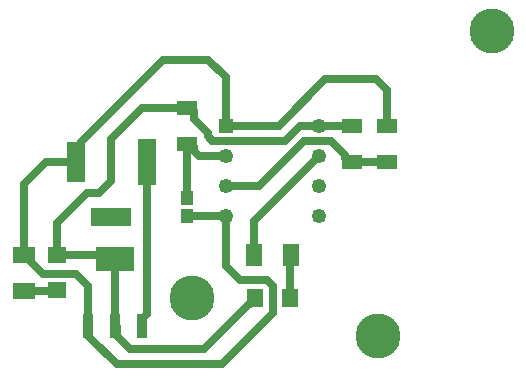
<source format=gbr>
G04*
G04 #@! TF.GenerationSoftware,Altium Limited,Altium Designer,24.8.2 (39)*
G04*
G04 Layer_Physical_Order=1*
G04 Layer_Color=255*
%FSLAX25Y25*%
%MOIN*%
G70*
G04*
G04 #@! TF.SameCoordinates,7DA90572-2472-42F9-BF80-4CDDFEAFDCCF*
G04*
G04*
G04 #@! TF.FilePolarity,Positive*
G04*
G01*
G75*
%ADD18R,0.05339X0.07316*%
%ADD19R,0.05512X0.06299*%
%ADD20R,0.07087X0.04921*%
%ADD21R,0.04166X0.05142*%
%ADD22R,0.07316X0.05339*%
%ADD23R,0.06299X0.05512*%
%ADD24R,0.03543X0.08268*%
%ADD25R,0.12598X0.08268*%
%ADD31C,0.04921*%
%ADD32R,0.04921X0.04921*%
%ADD37C,0.02500*%
%ADD38R,0.13780X0.05906*%
%ADD39R,0.05906X0.13780*%
%ADD40R,0.05906X0.15748*%
%ADD41C,0.15000*%
D18*
X390008Y358500D02*
D03*
X377992D02*
D03*
D19*
X389906Y344000D02*
D03*
X378095D02*
D03*
D20*
X410500Y401504D02*
D03*
Y389496D02*
D03*
X422000Y389496D02*
D03*
Y401504D02*
D03*
X355500Y407504D02*
D03*
Y395496D02*
D03*
D21*
Y371445D02*
D03*
Y377555D02*
D03*
D22*
X301000Y346492D02*
D03*
Y358508D02*
D03*
D23*
X312000Y346595D02*
D03*
Y358405D02*
D03*
D24*
X322445Y334780D02*
D03*
X331500D02*
D03*
X340555D02*
D03*
D25*
X331500Y357221D02*
D03*
D31*
X399630Y401500D02*
D03*
Y391500D02*
D03*
Y381500D02*
D03*
Y371500D02*
D03*
X368370D02*
D03*
Y381500D02*
D03*
Y391500D02*
D03*
D32*
Y401500D02*
D03*
D37*
Y354630D02*
X373000Y350000D01*
X368370Y354630D02*
Y371500D01*
X318500Y389500D02*
X320203Y391203D01*
Y396203D01*
X376589Y342100D02*
X378095Y343606D01*
X376195Y342100D02*
X376589D01*
X361094Y327000D02*
X376195Y342100D01*
X378095Y343606D02*
Y344000D01*
X336500Y327000D02*
X361094D01*
X331500Y334780D02*
X332022Y334258D01*
Y331478D02*
Y334258D01*
Y331478D02*
X336500Y327000D01*
X332000Y322000D02*
X367000D01*
X322967Y331033D02*
X332000Y322000D01*
X367000D02*
X384000Y339000D01*
X373000Y350000D02*
X382000D01*
X384000Y339000D02*
Y348000D01*
X382000Y350000D02*
X384000Y348000D01*
X393000Y401500D02*
X399630D01*
X388000Y396500D02*
X393000Y401500D01*
X363965Y396500D02*
X388000D01*
X362500Y397965D02*
Y399000D01*
Y397965D02*
X363965Y396500D01*
X357793Y403707D02*
Y406293D01*
X355500Y407504D02*
X356583D01*
X357793Y406293D01*
Y403707D02*
X362500Y399000D01*
X368370Y401500D02*
X386000D01*
X401500Y417000D01*
X418500D01*
X422000Y413500D01*
Y401504D02*
Y413500D01*
X356583Y395496D02*
X357793Y394285D01*
Y393203D02*
Y394285D01*
Y393203D02*
X359496Y391500D01*
X368370D01*
X355500Y395496D02*
X356583D01*
X399634Y401504D02*
X410500D01*
X399630Y401500D02*
X399634Y401504D01*
X408207Y390707D02*
Y391789D01*
X394500Y396500D02*
X403496D01*
X409417Y389496D02*
X410500D01*
X408207Y390707D02*
X409417Y389496D01*
X403496Y396500D02*
X408207Y391789D01*
X379500Y381500D02*
X394500Y396500D01*
X368370Y381500D02*
X379500D01*
X410500Y389496D02*
X422000D01*
X422000Y389496D01*
X377992Y358500D02*
Y369862D01*
X399630Y391500D01*
X389906Y344000D02*
Y358397D01*
X390008Y358500D01*
X322967Y331033D02*
Y334258D01*
X322445Y334780D02*
X322967Y334258D01*
X368370Y401500D02*
Y417630D01*
X362500Y423500D02*
X368370Y417630D01*
X320203Y396203D02*
X347500Y423500D01*
X362500D01*
X368315Y371445D02*
X368370Y371500D01*
X355500Y371445D02*
X368315D01*
X355500Y377555D02*
Y395496D01*
X340504Y407504D02*
X355500D01*
X330000Y397000D02*
X340504Y407504D01*
X330000Y383000D02*
Y397000D01*
X326000Y379000D02*
X330000Y383000D01*
X322000Y379000D02*
X326000D01*
X312000Y369000D02*
X322000Y379000D01*
X312000Y358405D02*
Y369000D01*
X303408Y356100D02*
Y357089D01*
Y356100D02*
X307508Y352000D01*
X301000Y358508D02*
X301989D01*
X303408Y357089D01*
X307508Y352000D02*
X318500D01*
X322445Y348055D01*
Y334780D02*
Y348055D01*
X340555Y337142D02*
X342122Y338709D01*
Y389500D01*
X340555Y334780D02*
Y337142D01*
X331500Y334780D02*
Y357221D01*
X330315Y358405D02*
X331500Y357221D01*
X312000Y358405D02*
X330315D01*
X311897Y346492D02*
X312000Y346595D01*
X301000Y346492D02*
X311897D01*
X308500Y389500D02*
X318500D01*
X301000Y358508D02*
Y382000D01*
X308500Y389500D01*
D38*
X330311Y370996D02*
D03*
D39*
X318500Y389500D02*
D03*
D40*
X342122D02*
D03*
D41*
X357000Y344000D02*
D03*
X419000Y331500D02*
D03*
X457000Y433000D02*
D03*
M02*

</source>
